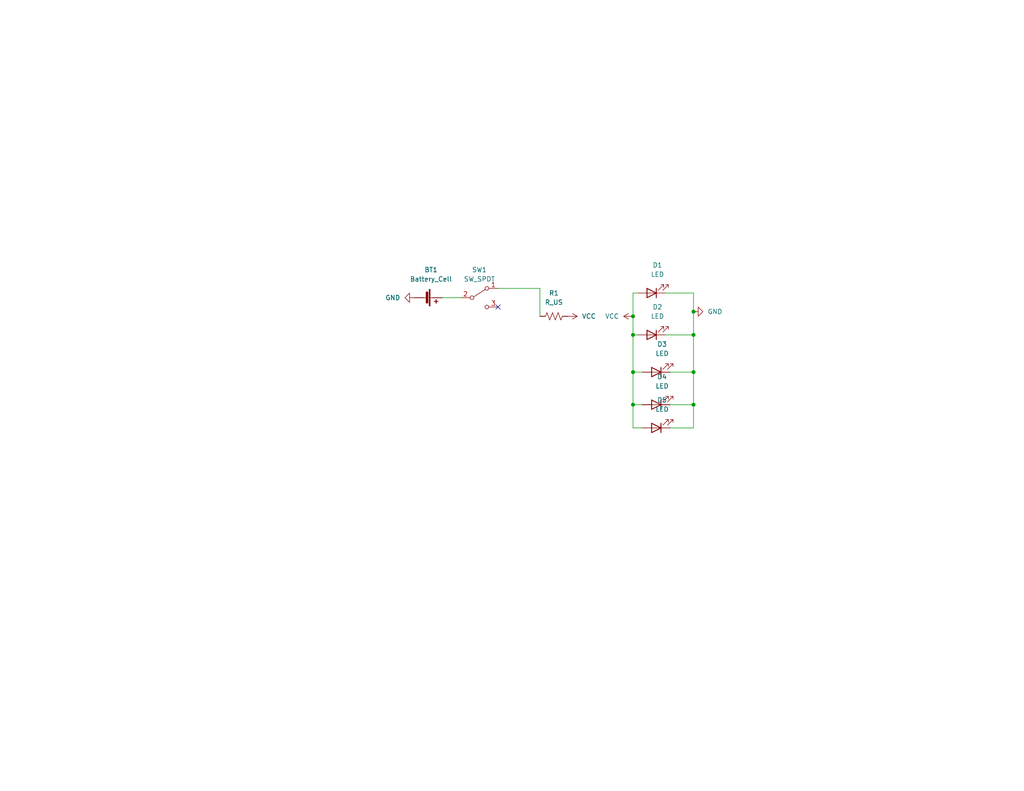
<source format=kicad_sch>
(kicad_sch (version 20211123) (generator eeschema)

  (uuid 4d6e8354-b195-435b-93fe-2795a3a19bbd)

  (paper "USLetter")

  (title_block
    (title "Toor Camp - Learn to Solder ToorCampSign")
    (date "2022-06-28")
    (rev "1.0")
    (company "Badge Pirates")
  )

  (lib_symbols
    (symbol "Device:Battery_Cell" (pin_numbers hide) (pin_names (offset 0) hide) (in_bom yes) (on_board yes)
      (property "Reference" "BT" (id 0) (at 2.54 2.54 0)
        (effects (font (size 1.27 1.27)) (justify left))
      )
      (property "Value" "Battery_Cell" (id 1) (at 2.54 0 0)
        (effects (font (size 1.27 1.27)) (justify left))
      )
      (property "Footprint" "" (id 2) (at 0 1.524 90)
        (effects (font (size 1.27 1.27)) hide)
      )
      (property "Datasheet" "~" (id 3) (at 0 1.524 90)
        (effects (font (size 1.27 1.27)) hide)
      )
      (property "ki_keywords" "battery cell" (id 4) (at 0 0 0)
        (effects (font (size 1.27 1.27)) hide)
      )
      (property "ki_description" "Single-cell battery" (id 5) (at 0 0 0)
        (effects (font (size 1.27 1.27)) hide)
      )
      (symbol "Battery_Cell_0_1"
        (rectangle (start -2.286 1.778) (end 2.286 1.524)
          (stroke (width 0) (type default) (color 0 0 0 0))
          (fill (type outline))
        )
        (rectangle (start -1.5748 1.1938) (end 1.4732 0.6858)
          (stroke (width 0) (type default) (color 0 0 0 0))
          (fill (type outline))
        )
        (polyline
          (pts
            (xy 0 0.762)
            (xy 0 0)
          )
          (stroke (width 0) (type default) (color 0 0 0 0))
          (fill (type none))
        )
        (polyline
          (pts
            (xy 0 1.778)
            (xy 0 2.54)
          )
          (stroke (width 0) (type default) (color 0 0 0 0))
          (fill (type none))
        )
        (polyline
          (pts
            (xy 0.508 3.429)
            (xy 1.524 3.429)
          )
          (stroke (width 0.254) (type default) (color 0 0 0 0))
          (fill (type none))
        )
        (polyline
          (pts
            (xy 1.016 3.937)
            (xy 1.016 2.921)
          )
          (stroke (width 0.254) (type default) (color 0 0 0 0))
          (fill (type none))
        )
      )
      (symbol "Battery_Cell_1_1"
        (pin passive line (at 0 5.08 270) (length 2.54)
          (name "+" (effects (font (size 1.27 1.27))))
          (number "1" (effects (font (size 1.27 1.27))))
        )
        (pin passive line (at 0 -2.54 90) (length 2.54)
          (name "-" (effects (font (size 1.27 1.27))))
          (number "2" (effects (font (size 1.27 1.27))))
        )
      )
    )
    (symbol "Device:LED" (pin_numbers hide) (pin_names (offset 1.016) hide) (in_bom yes) (on_board yes)
      (property "Reference" "D" (id 0) (at 0 2.54 0)
        (effects (font (size 1.27 1.27)))
      )
      (property "Value" "LED" (id 1) (at 0 -2.54 0)
        (effects (font (size 1.27 1.27)))
      )
      (property "Footprint" "" (id 2) (at 0 0 0)
        (effects (font (size 1.27 1.27)) hide)
      )
      (property "Datasheet" "~" (id 3) (at 0 0 0)
        (effects (font (size 1.27 1.27)) hide)
      )
      (property "ki_keywords" "LED diode" (id 4) (at 0 0 0)
        (effects (font (size 1.27 1.27)) hide)
      )
      (property "ki_description" "Light emitting diode" (id 5) (at 0 0 0)
        (effects (font (size 1.27 1.27)) hide)
      )
      (property "ki_fp_filters" "LED* LED_SMD:* LED_THT:*" (id 6) (at 0 0 0)
        (effects (font (size 1.27 1.27)) hide)
      )
      (symbol "LED_0_1"
        (polyline
          (pts
            (xy -1.27 -1.27)
            (xy -1.27 1.27)
          )
          (stroke (width 0.254) (type default) (color 0 0 0 0))
          (fill (type none))
        )
        (polyline
          (pts
            (xy -1.27 0)
            (xy 1.27 0)
          )
          (stroke (width 0) (type default) (color 0 0 0 0))
          (fill (type none))
        )
        (polyline
          (pts
            (xy 1.27 -1.27)
            (xy 1.27 1.27)
            (xy -1.27 0)
            (xy 1.27 -1.27)
          )
          (stroke (width 0.254) (type default) (color 0 0 0 0))
          (fill (type none))
        )
        (polyline
          (pts
            (xy -3.048 -0.762)
            (xy -4.572 -2.286)
            (xy -3.81 -2.286)
            (xy -4.572 -2.286)
            (xy -4.572 -1.524)
          )
          (stroke (width 0) (type default) (color 0 0 0 0))
          (fill (type none))
        )
        (polyline
          (pts
            (xy -1.778 -0.762)
            (xy -3.302 -2.286)
            (xy -2.54 -2.286)
            (xy -3.302 -2.286)
            (xy -3.302 -1.524)
          )
          (stroke (width 0) (type default) (color 0 0 0 0))
          (fill (type none))
        )
      )
      (symbol "LED_1_1"
        (pin passive line (at -3.81 0 0) (length 2.54)
          (name "K" (effects (font (size 1.27 1.27))))
          (number "1" (effects (font (size 1.27 1.27))))
        )
        (pin passive line (at 3.81 0 180) (length 2.54)
          (name "A" (effects (font (size 1.27 1.27))))
          (number "2" (effects (font (size 1.27 1.27))))
        )
      )
    )
    (symbol "Device:R_US" (pin_numbers hide) (pin_names (offset 0)) (in_bom yes) (on_board yes)
      (property "Reference" "R" (id 0) (at 2.54 0 90)
        (effects (font (size 1.27 1.27)))
      )
      (property "Value" "R_US" (id 1) (at -2.54 0 90)
        (effects (font (size 1.27 1.27)))
      )
      (property "Footprint" "" (id 2) (at 1.016 -0.254 90)
        (effects (font (size 1.27 1.27)) hide)
      )
      (property "Datasheet" "~" (id 3) (at 0 0 0)
        (effects (font (size 1.27 1.27)) hide)
      )
      (property "ki_keywords" "R res resistor" (id 4) (at 0 0 0)
        (effects (font (size 1.27 1.27)) hide)
      )
      (property "ki_description" "Resistor, US symbol" (id 5) (at 0 0 0)
        (effects (font (size 1.27 1.27)) hide)
      )
      (property "ki_fp_filters" "R_*" (id 6) (at 0 0 0)
        (effects (font (size 1.27 1.27)) hide)
      )
      (symbol "R_US_0_1"
        (polyline
          (pts
            (xy 0 -2.286)
            (xy 0 -2.54)
          )
          (stroke (width 0) (type default) (color 0 0 0 0))
          (fill (type none))
        )
        (polyline
          (pts
            (xy 0 2.286)
            (xy 0 2.54)
          )
          (stroke (width 0) (type default) (color 0 0 0 0))
          (fill (type none))
        )
        (polyline
          (pts
            (xy 0 -0.762)
            (xy 1.016 -1.143)
            (xy 0 -1.524)
            (xy -1.016 -1.905)
            (xy 0 -2.286)
          )
          (stroke (width 0) (type default) (color 0 0 0 0))
          (fill (type none))
        )
        (polyline
          (pts
            (xy 0 0.762)
            (xy 1.016 0.381)
            (xy 0 0)
            (xy -1.016 -0.381)
            (xy 0 -0.762)
          )
          (stroke (width 0) (type default) (color 0 0 0 0))
          (fill (type none))
        )
        (polyline
          (pts
            (xy 0 2.286)
            (xy 1.016 1.905)
            (xy 0 1.524)
            (xy -1.016 1.143)
            (xy 0 0.762)
          )
          (stroke (width 0) (type default) (color 0 0 0 0))
          (fill (type none))
        )
      )
      (symbol "R_US_1_1"
        (pin passive line (at 0 3.81 270) (length 1.27)
          (name "~" (effects (font (size 1.27 1.27))))
          (number "1" (effects (font (size 1.27 1.27))))
        )
        (pin passive line (at 0 -3.81 90) (length 1.27)
          (name "~" (effects (font (size 1.27 1.27))))
          (number "2" (effects (font (size 1.27 1.27))))
        )
      )
    )
    (symbol "Switch:SW_SPDT" (pin_names (offset 0) hide) (in_bom yes) (on_board yes)
      (property "Reference" "SW" (id 0) (at 0 4.318 0)
        (effects (font (size 1.27 1.27)))
      )
      (property "Value" "SW_SPDT" (id 1) (at 0 -5.08 0)
        (effects (font (size 1.27 1.27)))
      )
      (property "Footprint" "" (id 2) (at 0 0 0)
        (effects (font (size 1.27 1.27)) hide)
      )
      (property "Datasheet" "~" (id 3) (at 0 0 0)
        (effects (font (size 1.27 1.27)) hide)
      )
      (property "ki_keywords" "switch single-pole double-throw spdt ON-ON" (id 4) (at 0 0 0)
        (effects (font (size 1.27 1.27)) hide)
      )
      (property "ki_description" "Switch, single pole double throw" (id 5) (at 0 0 0)
        (effects (font (size 1.27 1.27)) hide)
      )
      (symbol "SW_SPDT_0_0"
        (circle (center -2.032 0) (radius 0.508)
          (stroke (width 0) (type default) (color 0 0 0 0))
          (fill (type none))
        )
        (circle (center 2.032 -2.54) (radius 0.508)
          (stroke (width 0) (type default) (color 0 0 0 0))
          (fill (type none))
        )
      )
      (symbol "SW_SPDT_0_1"
        (polyline
          (pts
            (xy -1.524 0.254)
            (xy 1.651 2.286)
          )
          (stroke (width 0) (type default) (color 0 0 0 0))
          (fill (type none))
        )
        (circle (center 2.032 2.54) (radius 0.508)
          (stroke (width 0) (type default) (color 0 0 0 0))
          (fill (type none))
        )
      )
      (symbol "SW_SPDT_1_1"
        (pin passive line (at 5.08 2.54 180) (length 2.54)
          (name "A" (effects (font (size 1.27 1.27))))
          (number "1" (effects (font (size 1.27 1.27))))
        )
        (pin passive line (at -5.08 0 0) (length 2.54)
          (name "B" (effects (font (size 1.27 1.27))))
          (number "2" (effects (font (size 1.27 1.27))))
        )
        (pin passive line (at 5.08 -2.54 180) (length 2.54)
          (name "C" (effects (font (size 1.27 1.27))))
          (number "3" (effects (font (size 1.27 1.27))))
        )
      )
    )
    (symbol "power:GND" (power) (pin_names (offset 0)) (in_bom yes) (on_board yes)
      (property "Reference" "#PWR" (id 0) (at 0 -6.35 0)
        (effects (font (size 1.27 1.27)) hide)
      )
      (property "Value" "GND" (id 1) (at 0 -3.81 0)
        (effects (font (size 1.27 1.27)))
      )
      (property "Footprint" "" (id 2) (at 0 0 0)
        (effects (font (size 1.27 1.27)) hide)
      )
      (property "Datasheet" "" (id 3) (at 0 0 0)
        (effects (font (size 1.27 1.27)) hide)
      )
      (property "ki_keywords" "power-flag" (id 4) (at 0 0 0)
        (effects (font (size 1.27 1.27)) hide)
      )
      (property "ki_description" "Power symbol creates a global label with name \"GND\" , ground" (id 5) (at 0 0 0)
        (effects (font (size 1.27 1.27)) hide)
      )
      (symbol "GND_0_1"
        (polyline
          (pts
            (xy 0 0)
            (xy 0 -1.27)
            (xy 1.27 -1.27)
            (xy 0 -2.54)
            (xy -1.27 -1.27)
            (xy 0 -1.27)
          )
          (stroke (width 0) (type default) (color 0 0 0 0))
          (fill (type none))
        )
      )
      (symbol "GND_1_1"
        (pin power_in line (at 0 0 270) (length 0) hide
          (name "GND" (effects (font (size 1.27 1.27))))
          (number "1" (effects (font (size 1.27 1.27))))
        )
      )
    )
    (symbol "power:VCC" (power) (pin_names (offset 0)) (in_bom yes) (on_board yes)
      (property "Reference" "#PWR" (id 0) (at 0 -3.81 0)
        (effects (font (size 1.27 1.27)) hide)
      )
      (property "Value" "VCC" (id 1) (at 0 3.81 0)
        (effects (font (size 1.27 1.27)))
      )
      (property "Footprint" "" (id 2) (at 0 0 0)
        (effects (font (size 1.27 1.27)) hide)
      )
      (property "Datasheet" "" (id 3) (at 0 0 0)
        (effects (font (size 1.27 1.27)) hide)
      )
      (property "ki_keywords" "power-flag" (id 4) (at 0 0 0)
        (effects (font (size 1.27 1.27)) hide)
      )
      (property "ki_description" "Power symbol creates a global label with name \"VCC\"" (id 5) (at 0 0 0)
        (effects (font (size 1.27 1.27)) hide)
      )
      (symbol "VCC_0_1"
        (polyline
          (pts
            (xy -0.762 1.27)
            (xy 0 2.54)
          )
          (stroke (width 0) (type default) (color 0 0 0 0))
          (fill (type none))
        )
        (polyline
          (pts
            (xy 0 0)
            (xy 0 2.54)
          )
          (stroke (width 0) (type default) (color 0 0 0 0))
          (fill (type none))
        )
        (polyline
          (pts
            (xy 0 2.54)
            (xy 0.762 1.27)
          )
          (stroke (width 0) (type default) (color 0 0 0 0))
          (fill (type none))
        )
      )
      (symbol "VCC_1_1"
        (pin power_in line (at 0 0 90) (length 0) hide
          (name "VCC" (effects (font (size 1.27 1.27))))
          (number "1" (effects (font (size 1.27 1.27))))
        )
      )
    )
  )

  (junction (at 189.23 85.09) (diameter 0) (color 0 0 0 0)
    (uuid 19194afe-2373-4b25-97d7-a98b550d9dce)
  )
  (junction (at 189.23 110.49) (diameter 0) (color 0 0 0 0)
    (uuid 222f7cc9-3b13-4497-84c5-cf613455c1d0)
  )
  (junction (at 172.72 86.36) (diameter 0) (color 0 0 0 0)
    (uuid 556d57c5-25d3-41b3-a189-7e47679c7b26)
  )
  (junction (at 172.72 101.6) (diameter 0) (color 0 0 0 0)
    (uuid 8c9f0698-a14a-4a07-80b3-301350e08a62)
  )
  (junction (at 189.23 91.44) (diameter 0) (color 0 0 0 0)
    (uuid 92330e81-776c-495f-bf3b-608728b1a195)
  )
  (junction (at 172.72 91.44) (diameter 0) (color 0 0 0 0)
    (uuid a31240ac-8b65-44dd-ba2a-944d5c41ab25)
  )
  (junction (at 189.23 101.6) (diameter 0) (color 0 0 0 0)
    (uuid b3b4644c-158d-461d-a069-b724cca65afa)
  )
  (junction (at 172.72 110.49) (diameter 0) (color 0 0 0 0)
    (uuid e4ce9709-08d0-4406-855b-45dbb5f1bec7)
  )

  (no_connect (at 135.89 83.82) (uuid f0226c4c-3d26-444f-b8c4-b9528f9282f3))

  (wire (pts (xy 189.23 116.84) (xy 182.88 116.84))
    (stroke (width 0) (type default) (color 0 0 0 0))
    (uuid 1774939c-ca7c-4b0d-935e-ce5b46b90f5a)
  )
  (wire (pts (xy 189.23 80.01) (xy 189.23 85.09))
    (stroke (width 0) (type default) (color 0 0 0 0))
    (uuid 24e7313a-7a75-455e-be7f-5b40741242e1)
  )
  (wire (pts (xy 189.23 101.6) (xy 182.88 101.6))
    (stroke (width 0) (type default) (color 0 0 0 0))
    (uuid 31c85d61-572a-4af3-868a-fe5da5890678)
  )
  (wire (pts (xy 172.72 86.36) (xy 172.72 91.44))
    (stroke (width 0) (type default) (color 0 0 0 0))
    (uuid 372f2824-fbe6-4226-adf8-01da6fea7a2f)
  )
  (wire (pts (xy 172.72 116.84) (xy 175.26 116.84))
    (stroke (width 0) (type default) (color 0 0 0 0))
    (uuid 521023d4-5237-425b-b962-2d96f6824a3b)
  )
  (wire (pts (xy 189.23 91.44) (xy 189.23 101.6))
    (stroke (width 0) (type default) (color 0 0 0 0))
    (uuid 6218a67a-6826-49e0-8008-4b2d01825e57)
  )
  (wire (pts (xy 189.23 110.49) (xy 182.88 110.49))
    (stroke (width 0) (type default) (color 0 0 0 0))
    (uuid 66214d0d-d4a2-4de0-99fb-d165202ac430)
  )
  (wire (pts (xy 172.72 110.49) (xy 175.26 110.49))
    (stroke (width 0) (type default) (color 0 0 0 0))
    (uuid 8ad0abdd-510b-4c4f-a57a-6c5afce9c440)
  )
  (wire (pts (xy 172.72 110.49) (xy 172.72 116.84))
    (stroke (width 0) (type default) (color 0 0 0 0))
    (uuid 928981d5-a391-4196-8a01-142037e675d6)
  )
  (wire (pts (xy 135.89 78.74) (xy 147.32 78.74))
    (stroke (width 0) (type default) (color 0 0 0 0))
    (uuid a3eb90a3-356f-483c-9907-97d676f97294)
  )
  (wire (pts (xy 189.23 101.6) (xy 189.23 110.49))
    (stroke (width 0) (type default) (color 0 0 0 0))
    (uuid a489c382-a486-4ea2-a794-192bafa5e0da)
  )
  (wire (pts (xy 181.61 91.44) (xy 189.23 91.44))
    (stroke (width 0) (type default) (color 0 0 0 0))
    (uuid a8bb7086-9971-468c-bfc2-c5578d3cf0c3)
  )
  (wire (pts (xy 189.23 91.44) (xy 189.23 85.09))
    (stroke (width 0) (type default) (color 0 0 0 0))
    (uuid ac53d7f2-62c4-4585-b970-a5d4b5345e70)
  )
  (wire (pts (xy 181.61 80.01) (xy 189.23 80.01))
    (stroke (width 0) (type default) (color 0 0 0 0))
    (uuid b4f92259-7b9d-4097-810f-6fddd23eed22)
  )
  (wire (pts (xy 120.65 81.28) (xy 125.73 81.28))
    (stroke (width 0) (type default) (color 0 0 0 0))
    (uuid bada0f88-ecb1-46c8-9d5d-3c3452e29c0c)
  )
  (wire (pts (xy 189.23 110.49) (xy 189.23 116.84))
    (stroke (width 0) (type default) (color 0 0 0 0))
    (uuid c02ac052-0eb1-4e20-ad3f-f8b1c6ef6429)
  )
  (wire (pts (xy 172.72 86.36) (xy 172.72 80.01))
    (stroke (width 0) (type default) (color 0 0 0 0))
    (uuid c1a8c855-4363-4b62-9309-41a2ae163bee)
  )
  (wire (pts (xy 172.72 101.6) (xy 175.26 101.6))
    (stroke (width 0) (type default) (color 0 0 0 0))
    (uuid c800e23a-3f0c-4918-bee7-94703d2339e1)
  )
  (wire (pts (xy 172.72 101.6) (xy 172.72 110.49))
    (stroke (width 0) (type default) (color 0 0 0 0))
    (uuid cb54436a-6a7b-4aa1-b9fc-0f139434beab)
  )
  (wire (pts (xy 172.72 91.44) (xy 172.72 101.6))
    (stroke (width 0) (type default) (color 0 0 0 0))
    (uuid e472460d-fe76-4b29-8b84-a86fac9dbee4)
  )
  (wire (pts (xy 172.72 91.44) (xy 173.99 91.44))
    (stroke (width 0) (type default) (color 0 0 0 0))
    (uuid ea0cb58e-fc59-4e6e-bedf-f63fdcb72d2a)
  )
  (wire (pts (xy 147.32 78.74) (xy 147.32 86.36))
    (stroke (width 0) (type default) (color 0 0 0 0))
    (uuid ebcbcf37-2061-451d-97d7-9abce061373b)
  )
  (wire (pts (xy 172.72 80.01) (xy 173.99 80.01))
    (stroke (width 0) (type default) (color 0 0 0 0))
    (uuid fdcf56f2-5af9-4227-a67a-1bf857390444)
  )

  (symbol (lib_id "Device:LED") (at 179.07 101.6 180) (unit 1)
    (in_bom yes) (on_board yes) (fields_autoplaced)
    (uuid 17389fd7-4396-47ba-9330-8fa6cd46b625)
    (property "Reference" "D3" (id 0) (at 180.6575 93.98 0))
    (property "Value" "LED" (id 1) (at 180.6575 96.52 0))
    (property "Footprint" "LED_THT:LED_D3.0mm" (id 2) (at 179.07 101.6 0)
      (effects (font (size 1.27 1.27)) hide)
    )
    (property "Datasheet" "~" (id 3) (at 179.07 101.6 0)
      (effects (font (size 1.27 1.27)) hide)
    )
    (pin "1" (uuid c4fe70a2-bc63-4866-ba00-544cba292eeb))
    (pin "2" (uuid 2ce839a7-ae56-4836-a547-aefa450214ac))
  )

  (symbol (lib_id "Switch:SW_SPDT") (at 130.81 81.28 0) (unit 1)
    (in_bom yes) (on_board yes) (fields_autoplaced)
    (uuid 375e793b-0d69-403b-ae3c-3d5caaf1f7a0)
    (property "Reference" "SW1" (id 0) (at 130.81 73.66 0))
    (property "Value" "SW_SPDT" (id 1) (at 130.81 76.2 0))
    (property "Footprint" "BadgePirates:SW_Slide_1P2T_CK_TH" (id 2) (at 130.81 81.28 0)
      (effects (font (size 1.27 1.27)) hide)
    )
    (property "Datasheet" "~" (id 3) (at 130.81 81.28 0)
      (effects (font (size 1.27 1.27)) hide)
    )
    (pin "1" (uuid 363789a4-3f5e-46a3-85ca-4197fda3b74c))
    (pin "2" (uuid 9b840cbe-77e4-4b78-ac46-fdc7d5ef8902))
    (pin "3" (uuid f4957237-a7c2-4e1e-ad01-0bf63aaeb473))
  )

  (symbol (lib_id "Device:R_US") (at 151.13 86.36 90) (unit 1)
    (in_bom yes) (on_board yes) (fields_autoplaced)
    (uuid 3cf880b3-5c9a-41b3-9cf9-9a6d06aa346b)
    (property "Reference" "R1" (id 0) (at 151.13 80.01 90))
    (property "Value" "R_US" (id 1) (at 151.13 82.55 90))
    (property "Footprint" "Resistor_THT:R_Axial_DIN0204_L3.6mm_D1.6mm_P5.08mm_Horizontal" (id 2) (at 151.384 85.344 90)
      (effects (font (size 1.27 1.27)) hide)
    )
    (property "Datasheet" "~" (id 3) (at 151.13 86.36 0)
      (effects (font (size 1.27 1.27)) hide)
    )
    (pin "1" (uuid aab264e5-ab6e-4246-ac4a-9172d21a1b36))
    (pin "2" (uuid cfa898a1-c3c9-4acc-a284-e882bcd3ad43))
  )

  (symbol (lib_id "Device:LED") (at 177.8 80.01 180) (unit 1)
    (in_bom yes) (on_board yes) (fields_autoplaced)
    (uuid 431a886f-0366-450e-9433-efecde94f72b)
    (property "Reference" "D1" (id 0) (at 179.3875 72.39 0))
    (property "Value" "LED" (id 1) (at 179.3875 74.93 0))
    (property "Footprint" "LED_THT:LED_D3.0mm" (id 2) (at 177.8 80.01 0)
      (effects (font (size 1.27 1.27)) hide)
    )
    (property "Datasheet" "~" (id 3) (at 177.8 80.01 0)
      (effects (font (size 1.27 1.27)) hide)
    )
    (pin "1" (uuid 4205b5cb-3da6-4d7d-82b0-16841cdee7c7))
    (pin "2" (uuid 573b6166-477e-41d5-845b-278e224dda5a))
  )

  (symbol (lib_id "Device:LED") (at 179.07 116.84 180) (unit 1)
    (in_bom yes) (on_board yes) (fields_autoplaced)
    (uuid 84735774-4e83-4228-a9b4-8d0334297691)
    (property "Reference" "D5" (id 0) (at 180.6575 109.22 0))
    (property "Value" "LED" (id 1) (at 180.6575 111.76 0))
    (property "Footprint" "LED_THT:LED_D3.0mm" (id 2) (at 179.07 116.84 0)
      (effects (font (size 1.27 1.27)) hide)
    )
    (property "Datasheet" "~" (id 3) (at 179.07 116.84 0)
      (effects (font (size 1.27 1.27)) hide)
    )
    (pin "1" (uuid bf4de53f-4436-4045-8345-afa7e890899a))
    (pin "2" (uuid b9f6a680-23c9-4c1a-ae22-e5697c1c9eec))
  )

  (symbol (lib_id "power:VCC") (at 154.94 86.36 270) (unit 1)
    (in_bom yes) (on_board yes) (fields_autoplaced)
    (uuid 90b023a5-fa89-4a2b-81ae-e4259b89f49b)
    (property "Reference" "#PWR0105" (id 0) (at 151.13 86.36 0)
      (effects (font (size 1.27 1.27)) hide)
    )
    (property "Value" "VCC" (id 1) (at 158.75 86.3599 90)
      (effects (font (size 1.27 1.27)) (justify left))
    )
    (property "Footprint" "" (id 2) (at 154.94 86.36 0)
      (effects (font (size 1.27 1.27)) hide)
    )
    (property "Datasheet" "" (id 3) (at 154.94 86.36 0)
      (effects (font (size 1.27 1.27)) hide)
    )
    (pin "1" (uuid 5f0a5fb8-1986-4008-91a0-fca457b02b04))
  )

  (symbol (lib_id "power:GND") (at 189.23 85.09 90) (unit 1)
    (in_bom yes) (on_board yes) (fields_autoplaced)
    (uuid 9564def4-14ff-42cb-8ad7-7ae3beaae468)
    (property "Reference" "#PWR0101" (id 0) (at 195.58 85.09 0)
      (effects (font (size 1.27 1.27)) hide)
    )
    (property "Value" "GND" (id 1) (at 193.04 85.0899 90)
      (effects (font (size 1.27 1.27)) (justify right))
    )
    (property "Footprint" "" (id 2) (at 189.23 85.09 0)
      (effects (font (size 1.27 1.27)) hide)
    )
    (property "Datasheet" "" (id 3) (at 189.23 85.09 0)
      (effects (font (size 1.27 1.27)) hide)
    )
    (pin "1" (uuid 595c4746-b38a-4f47-8ccb-6d0dc3913f50))
  )

  (symbol (lib_id "power:GND") (at 113.03 81.28 270) (unit 1)
    (in_bom yes) (on_board yes) (fields_autoplaced)
    (uuid a1f6203c-ce0d-47bc-b23f-570bf6c2bd98)
    (property "Reference" "#PWR0106" (id 0) (at 106.68 81.28 0)
      (effects (font (size 1.27 1.27)) hide)
    )
    (property "Value" "GND" (id 1) (at 109.22 81.2799 90)
      (effects (font (size 1.27 1.27)) (justify right))
    )
    (property "Footprint" "" (id 2) (at 113.03 81.28 0)
      (effects (font (size 1.27 1.27)) hide)
    )
    (property "Datasheet" "" (id 3) (at 113.03 81.28 0)
      (effects (font (size 1.27 1.27)) hide)
    )
    (pin "1" (uuid 16bfe5d3-af72-428d-b3bc-4a110b58bcf2))
  )

  (symbol (lib_id "power:VCC") (at 172.72 86.36 90) (unit 1)
    (in_bom yes) (on_board yes) (fields_autoplaced)
    (uuid b2116575-d055-4b1d-9a8a-9941fbfa0af6)
    (property "Reference" "#PWR0103" (id 0) (at 176.53 86.36 0)
      (effects (font (size 1.27 1.27)) hide)
    )
    (property "Value" "VCC" (id 1) (at 168.91 86.3599 90)
      (effects (font (size 1.27 1.27)) (justify left))
    )
    (property "Footprint" "" (id 2) (at 172.72 86.36 0)
      (effects (font (size 1.27 1.27)) hide)
    )
    (property "Datasheet" "" (id 3) (at 172.72 86.36 0)
      (effects (font (size 1.27 1.27)) hide)
    )
    (pin "1" (uuid de18151a-ba8e-444a-97bb-a01e6f7f014f))
  )

  (symbol (lib_id "Device:LED") (at 179.07 110.49 180) (unit 1)
    (in_bom yes) (on_board yes) (fields_autoplaced)
    (uuid d1c42978-0f02-42db-9a13-4ce87c50be2a)
    (property "Reference" "D4" (id 0) (at 180.6575 102.87 0))
    (property "Value" "LED" (id 1) (at 180.6575 105.41 0))
    (property "Footprint" "LED_THT:LED_D3.0mm" (id 2) (at 179.07 110.49 0)
      (effects (font (size 1.27 1.27)) hide)
    )
    (property "Datasheet" "~" (id 3) (at 179.07 110.49 0)
      (effects (font (size 1.27 1.27)) hide)
    )
    (pin "1" (uuid fa33938a-7194-4189-9805-2e2648399ea3))
    (pin "2" (uuid df1b28de-d73c-4328-9f7f-55bf26651bdf))
  )

  (symbol (lib_id "Device:LED") (at 177.8 91.44 180) (unit 1)
    (in_bom yes) (on_board yes) (fields_autoplaced)
    (uuid d7091432-8a63-4678-ac50-70b2db4b49da)
    (property "Reference" "D2" (id 0) (at 179.3875 83.82 0))
    (property "Value" "LED" (id 1) (at 179.3875 86.36 0))
    (property "Footprint" "LED_THT:LED_D3.0mm" (id 2) (at 177.8 91.44 0)
      (effects (font (size 1.27 1.27)) hide)
    )
    (property "Datasheet" "~" (id 3) (at 177.8 91.44 0)
      (effects (font (size 1.27 1.27)) hide)
    )
    (pin "1" (uuid e9f41a26-897d-409f-97b7-7152b8b9003d))
    (pin "2" (uuid a908702f-e010-44a1-8428-70715965398a))
  )

  (symbol (lib_id "Device:Battery_Cell") (at 115.57 81.28 270) (unit 1)
    (in_bom yes) (on_board yes) (fields_autoplaced)
    (uuid f8168c6f-3273-4b32-b7e0-a279139eda27)
    (property "Reference" "BT1" (id 0) (at 117.602 73.66 90))
    (property "Value" "Battery_Cell" (id 1) (at 117.602 76.2 90))
    (property "Footprint" "BadgePirates:BatteryHolder_MPD_BC2003_1x2032_Fixed" (id 2) (at 117.094 81.28 90)
      (effects (font (size 1.27 1.27)) hide)
    )
    (property "Datasheet" "~" (id 3) (at 117.094 81.28 90)
      (effects (font (size 1.27 1.27)) hide)
    )
    (pin "1" (uuid e3760479-0a57-413a-a85d-581fad0f8c75))
    (pin "2" (uuid 13ab0e34-f487-46e3-a972-007949a41aa5))
  )

  (sheet_instances
    (path "/" (page "1"))
  )

  (symbol_instances
    (path "/9564def4-14ff-42cb-8ad7-7ae3beaae468"
      (reference "#PWR0101") (unit 1) (value "GND") (footprint "")
    )
    (path "/b2116575-d055-4b1d-9a8a-9941fbfa0af6"
      (reference "#PWR0103") (unit 1) (value "VCC") (footprint "")
    )
    (path "/90b023a5-fa89-4a2b-81ae-e4259b89f49b"
      (reference "#PWR0105") (unit 1) (value "VCC") (footprint "")
    )
    (path "/a1f6203c-ce0d-47bc-b23f-570bf6c2bd98"
      (reference "#PWR0106") (unit 1) (value "GND") (footprint "")
    )
    (path "/f8168c6f-3273-4b32-b7e0-a279139eda27"
      (reference "BT1") (unit 1) (value "Battery_Cell") (footprint "BadgePirates:BatteryHolder_MPD_BC2003_1x2032_Fixed")
    )
    (path "/431a886f-0366-450e-9433-efecde94f72b"
      (reference "D1") (unit 1) (value "LED") (footprint "LED_THT:LED_D3.0mm")
    )
    (path "/d7091432-8a63-4678-ac50-70b2db4b49da"
      (reference "D2") (unit 1) (value "LED") (footprint "LED_THT:LED_D3.0mm")
    )
    (path "/17389fd7-4396-47ba-9330-8fa6cd46b625"
      (reference "D3") (unit 1) (value "LED") (footprint "LED_THT:LED_D3.0mm")
    )
    (path "/d1c42978-0f02-42db-9a13-4ce87c50be2a"
      (reference "D4") (unit 1) (value "LED") (footprint "LED_THT:LED_D3.0mm")
    )
    (path "/84735774-4e83-4228-a9b4-8d0334297691"
      (reference "D5") (unit 1) (value "LED") (footprint "LED_THT:LED_D3.0mm")
    )
    (path "/3cf880b3-5c9a-41b3-9cf9-9a6d06aa346b"
      (reference "R1") (unit 1) (value "R_US") (footprint "Resistor_THT:R_Axial_DIN0204_L3.6mm_D1.6mm_P5.08mm_Horizontal")
    )
    (path "/375e793b-0d69-403b-ae3c-3d5caaf1f7a0"
      (reference "SW1") (unit 1) (value "SW_SPDT") (footprint "BadgePirates:SW_Slide_1P2T_CK_TH")
    )
  )
)

</source>
